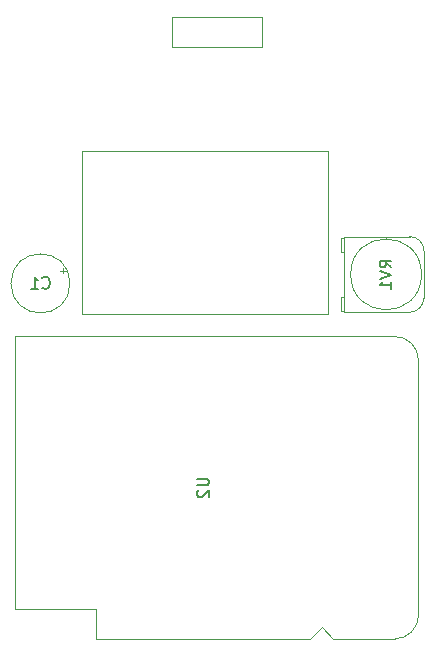
<source format=gbr>
%TF.GenerationSoftware,KiCad,Pcbnew,(6.0.4)*%
%TF.CreationDate,2022-08-05T18:27:13+05:30*%
%TF.ProjectId,led_web,6c65645f-7765-4622-9e6b-696361645f70,v1*%
%TF.SameCoordinates,Original*%
%TF.FileFunction,AssemblyDrawing,Bot*%
%FSLAX46Y46*%
G04 Gerber Fmt 4.6, Leading zero omitted, Abs format (unit mm)*
G04 Created by KiCad (PCBNEW (6.0.4)) date 2022-08-05 18:27:13*
%MOMM*%
%LPD*%
G01*
G04 APERTURE LIST*
%ADD10C,0.150000*%
%ADD11C,0.100000*%
%ADD12C,0.120000*%
G04 APERTURE END LIST*
D10*
%TO.C,C1*%
X136899666Y-82399142D02*
X136947285Y-82446761D01*
X137090142Y-82494380D01*
X137185380Y-82494380D01*
X137328238Y-82446761D01*
X137423476Y-82351523D01*
X137471095Y-82256285D01*
X137518714Y-82065809D01*
X137518714Y-81922952D01*
X137471095Y-81732476D01*
X137423476Y-81637238D01*
X137328238Y-81542000D01*
X137185380Y-81494380D01*
X137090142Y-81494380D01*
X136947285Y-81542000D01*
X136899666Y-81589619D01*
X135947285Y-82494380D02*
X136518714Y-82494380D01*
X136233000Y-82494380D02*
X136233000Y-81494380D01*
X136328238Y-81637238D01*
X136423476Y-81732476D01*
X136518714Y-81780095D01*
%TO.C,RV1*%
X166447380Y-80684761D02*
X165971190Y-80351428D01*
X166447380Y-80113333D02*
X165447380Y-80113333D01*
X165447380Y-80494285D01*
X165495000Y-80589523D01*
X165542619Y-80637142D01*
X165637857Y-80684761D01*
X165780714Y-80684761D01*
X165875952Y-80637142D01*
X165923571Y-80589523D01*
X165971190Y-80494285D01*
X165971190Y-80113333D01*
X165447380Y-80970476D02*
X166447380Y-81303809D01*
X165447380Y-81637142D01*
X166447380Y-82494285D02*
X166447380Y-81922857D01*
X166447380Y-82208571D02*
X165447380Y-82208571D01*
X165590238Y-82113333D01*
X165685476Y-82018095D01*
X165733095Y-81922857D01*
%TO.C,U2*%
X149980380Y-98575095D02*
X150789904Y-98575095D01*
X150885142Y-98622714D01*
X150932761Y-98670333D01*
X150980380Y-98765571D01*
X150980380Y-98956047D01*
X150932761Y-99051285D01*
X150885142Y-99098904D01*
X150789904Y-99146523D01*
X149980380Y-99146523D01*
X150075619Y-99575095D02*
X150028000Y-99622714D01*
X149980380Y-99717952D01*
X149980380Y-99956047D01*
X150028000Y-100051285D01*
X150075619Y-100098904D01*
X150170857Y-100146523D01*
X150266095Y-100146523D01*
X150408952Y-100098904D01*
X150980380Y-99527476D01*
X150980380Y-100146523D01*
D11*
%TO.C,C1*%
X138616605Y-80704500D02*
X138616605Y-81204500D01*
X138866605Y-80954500D02*
X138366605Y-80954500D01*
X139233000Y-82042000D02*
G75*
G03*
X139233000Y-82042000I-2500000J0D01*
G01*
D12*
%TO.C,L1*%
X147828000Y-61994000D02*
X155448000Y-61994000D01*
X155448000Y-61994000D02*
X155448000Y-59454000D01*
X155448000Y-59454000D02*
X147828000Y-59454000D01*
X147828000Y-59454000D02*
X147828000Y-61994000D01*
%TO.C,U3*%
X161054000Y-70824000D02*
X140254000Y-70824000D01*
X161054000Y-70824000D02*
X161054000Y-84624000D01*
X140254000Y-70824000D02*
X140254000Y-84624000D01*
X161054000Y-84624000D02*
X140254000Y-84624000D01*
D11*
%TO.C,RV1*%
X167995000Y-84480000D02*
X162395000Y-84480000D01*
X167995000Y-78080000D02*
X162395000Y-78080000D01*
X169195000Y-79280000D02*
X169195000Y-83280000D01*
X162395000Y-84480000D02*
X162395000Y-78080000D01*
X162195000Y-84380000D02*
X162195000Y-83190000D01*
X162195000Y-78180000D02*
X162195000Y-79380000D01*
X162195000Y-83180000D02*
X162395000Y-83180000D01*
X162195000Y-79380000D02*
X162395000Y-79380000D01*
X162395000Y-84380000D02*
X162195000Y-84380000D01*
X162395000Y-78180000D02*
X162195000Y-78180000D01*
X167995000Y-84480000D02*
G75*
G03*
X169195000Y-83280000I0J1200000D01*
G01*
X169195000Y-79280000D02*
G75*
G03*
X167995000Y-78080000I-1200000J0D01*
G01*
X168995000Y-81280000D02*
G75*
G03*
X168995000Y-81280000I-3000000J0D01*
G01*
%TO.C,U2*%
X168738000Y-88537000D02*
X168738000Y-110137000D01*
X141438000Y-109597000D02*
X134538000Y-109597000D01*
X159528000Y-112137000D02*
X141438000Y-112137000D01*
X159528000Y-112137000D02*
X160528000Y-111137000D01*
X160528000Y-111137000D02*
X161528000Y-112137000D01*
X166738000Y-112137000D02*
X161528000Y-112137000D01*
X141438000Y-112137000D02*
X141438000Y-109597000D01*
X134538000Y-86537000D02*
X166738000Y-86537000D01*
X134538000Y-109597000D02*
X134538000Y-86537000D01*
X168738000Y-88517000D02*
G75*
G03*
X166718000Y-86537000I-2000000J-20000D01*
G01*
X166738000Y-112137000D02*
G75*
G03*
X168738000Y-110137000I1J1999999D01*
G01*
%TD*%
M02*

</source>
